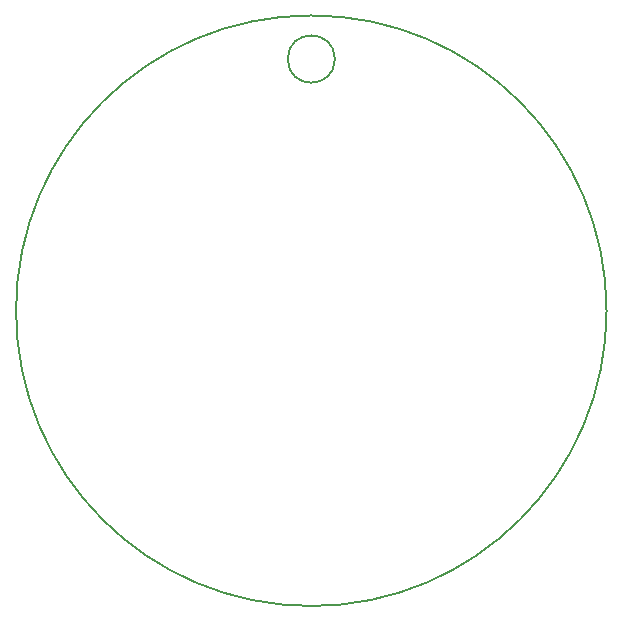
<source format=gbr>
G04 #@! TF.GenerationSoftware,KiCad,Pcbnew,5.0.2-bee76a0~70~ubuntu18.04.1*
G04 #@! TF.CreationDate,2019-08-23T13:18:12-04:00*
G04 #@! TF.ProjectId,badge,62616467-652e-46b6-9963-61645f706362,rev?*
G04 #@! TF.SameCoordinates,Original*
G04 #@! TF.FileFunction,Profile,NP*
%FSLAX46Y46*%
G04 Gerber Fmt 4.6, Leading zero omitted, Abs format (unit mm)*
G04 Created by KiCad (PCBNEW 5.0.2-bee76a0~70~ubuntu18.04.1) date Fri 23 Aug 2019 01:18:12 PM EDT*
%MOMM*%
%LPD*%
G01*
G04 APERTURE LIST*
%ADD10C,0.200000*%
%ADD11C,0.150000*%
G04 APERTURE END LIST*
D10*
X194011600Y-93808600D02*
G75*
G03X194011600Y-93808600I-25000000J0D01*
G01*
D11*
X171011600Y-72500000D02*
G75*
G03X171011600Y-72500000I-2000000J0D01*
G01*
M02*

</source>
